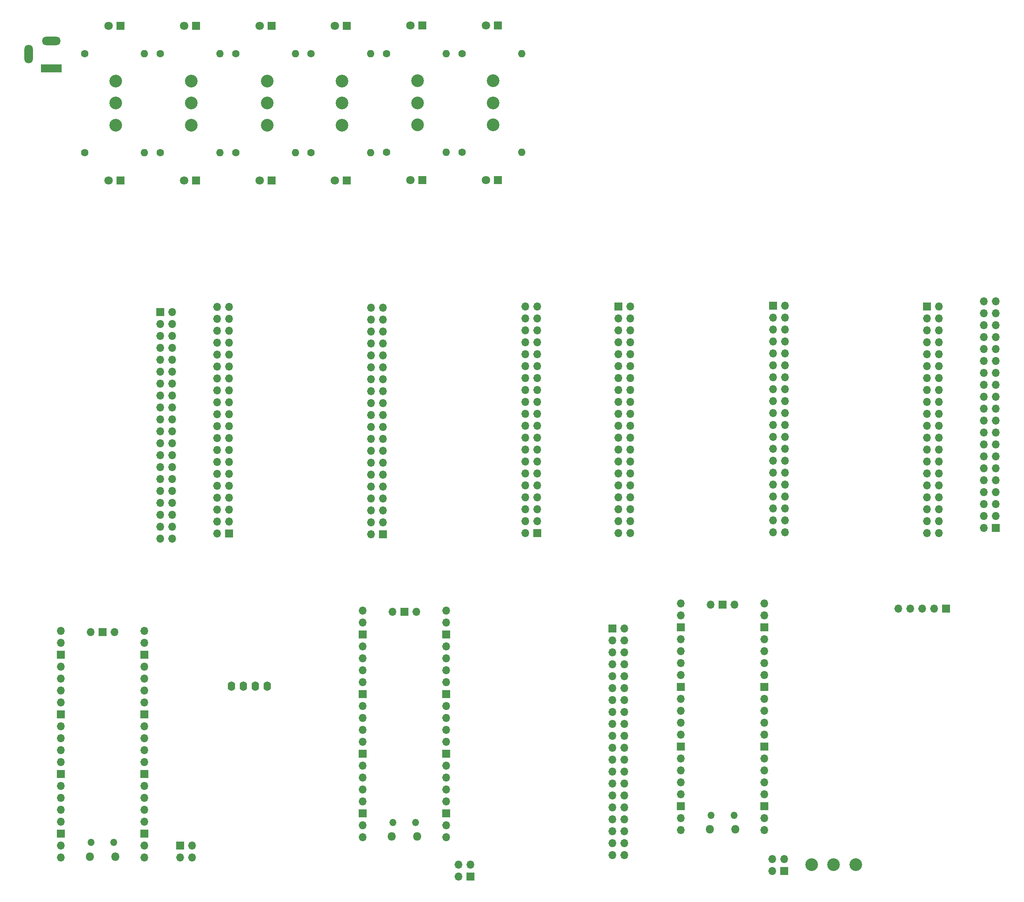
<source format=gbr>
%TF.GenerationSoftware,KiCad,Pcbnew,(6.0.5-0)*%
%TF.CreationDate,2022-05-19T11:08:02-04:00*%
%TF.ProjectId,viper,76697065-722e-46b6-9963-61645f706362,rev?*%
%TF.SameCoordinates,Original*%
%TF.FileFunction,Soldermask,Bot*%
%TF.FilePolarity,Negative*%
%FSLAX46Y46*%
G04 Gerber Fmt 4.6, Leading zero omitted, Abs format (unit mm)*
G04 Created by KiCad (PCBNEW (6.0.5-0)) date 2022-05-19 11:08:02*
%MOMM*%
%LPD*%
G01*
G04 APERTURE LIST*
%ADD10R,1.700000X1.700000*%
%ADD11O,1.700000X1.700000*%
%ADD12R,1.800000X1.800000*%
%ADD13C,1.800000*%
%ADD14C,2.700000*%
%ADD15C,1.600000*%
%ADD16O,1.600000X1.600000*%
%ADD17O,1.500000X1.500000*%
%ADD18O,1.800000X1.800000*%
%ADD19R,4.400000X1.800000*%
%ADD20O,4.000000X1.800000*%
%ADD21O,1.800000X4.000000*%
%ADD22O,1.600000X2.000000*%
G04 APERTURE END LIST*
D10*
%TO.C,J15*%
X203195000Y-175129000D03*
D11*
X205735000Y-175129000D03*
X203195000Y-177669000D03*
X205735000Y-177669000D03*
X203195000Y-180209000D03*
X205735000Y-180209000D03*
X203195000Y-182749000D03*
X205735000Y-182749000D03*
X203195000Y-185289000D03*
X205735000Y-185289000D03*
X203195000Y-187829000D03*
X205735000Y-187829000D03*
X203195000Y-190369000D03*
X205735000Y-190369000D03*
X203195000Y-192909000D03*
X205735000Y-192909000D03*
X203195000Y-195449000D03*
X205735000Y-195449000D03*
X203195000Y-197989000D03*
X205735000Y-197989000D03*
X203195000Y-200529000D03*
X205735000Y-200529000D03*
X203195000Y-203069000D03*
X205735000Y-203069000D03*
X203195000Y-205609000D03*
X205735000Y-205609000D03*
X203195000Y-208149000D03*
X205735000Y-208149000D03*
X203195000Y-210689000D03*
X205735000Y-210689000D03*
X203195000Y-213229000D03*
X205735000Y-213229000D03*
X203195000Y-215769000D03*
X205735000Y-215769000D03*
X203195000Y-218309000D03*
X205735000Y-218309000D03*
X203195000Y-220849000D03*
X205735000Y-220849000D03*
X203195000Y-223389000D03*
X205735000Y-223389000D03*
%TD*%
D12*
%TO.C,D10*%
X178767335Y-46732833D03*
D13*
X176227335Y-46732833D03*
%TD*%
D10*
%TO.C,J2*%
X106874500Y-107719625D03*
D11*
X109414500Y-107719625D03*
X106874500Y-110259625D03*
X109414500Y-110259625D03*
X106874500Y-112799625D03*
X109414500Y-112799625D03*
X106874500Y-115339625D03*
X109414500Y-115339625D03*
X106874500Y-117879625D03*
X109414500Y-117879625D03*
X106874500Y-120419625D03*
X109414500Y-120419625D03*
X106874500Y-122959625D03*
X109414500Y-122959625D03*
X106874500Y-125499625D03*
X109414500Y-125499625D03*
X106874500Y-128039625D03*
X109414500Y-128039625D03*
X106874500Y-130579625D03*
X109414500Y-130579625D03*
X106874500Y-133119625D03*
X109414500Y-133119625D03*
X106874500Y-135659625D03*
X109414500Y-135659625D03*
X106874500Y-138199625D03*
X109414500Y-138199625D03*
X106874500Y-140739625D03*
X109414500Y-140739625D03*
X106874500Y-143279625D03*
X109414500Y-143279625D03*
X106874500Y-145819625D03*
X109414500Y-145819625D03*
X106874500Y-148359625D03*
X109414500Y-148359625D03*
X106874500Y-150899625D03*
X109414500Y-150899625D03*
X106874500Y-153439625D03*
X109414500Y-153439625D03*
X106874500Y-155979625D03*
X109414500Y-155979625D03*
%TD*%
D14*
%TO.C,S2*%
X145616324Y-58547000D03*
X145616324Y-63247000D03*
X145616324Y-67947000D03*
%TD*%
D12*
%TO.C,D13*%
X178767335Y-79634165D03*
D13*
X176227335Y-79634165D03*
%TD*%
D15*
%TO.C,R4*%
X122975349Y-73756000D03*
D16*
X135675349Y-73756000D03*
%TD*%
D14*
%TO.C,S7*%
X254964000Y-225467000D03*
X250264000Y-225467000D03*
X245564000Y-225467000D03*
%TD*%
D10*
%TO.C,J12*%
X154315000Y-155052000D03*
D11*
X151775000Y-155052000D03*
X154315000Y-152512000D03*
X151775000Y-152512000D03*
X154315000Y-149972000D03*
X151775000Y-149972000D03*
X154315000Y-147432000D03*
X151775000Y-147432000D03*
X154315000Y-144892000D03*
X151775000Y-144892000D03*
X154315000Y-142352000D03*
X151775000Y-142352000D03*
X154315000Y-139812000D03*
X151775000Y-139812000D03*
X154315000Y-137272000D03*
X151775000Y-137272000D03*
X154315000Y-134732000D03*
X151775000Y-134732000D03*
X154315000Y-132192000D03*
X151775000Y-132192000D03*
X154315000Y-129652000D03*
X151775000Y-129652000D03*
X154315000Y-127112000D03*
X151775000Y-127112000D03*
X154315000Y-124572000D03*
X151775000Y-124572000D03*
X154315000Y-122032000D03*
X151775000Y-122032000D03*
X154315000Y-119492000D03*
X151775000Y-119492000D03*
X154315000Y-116952000D03*
X151775000Y-116952000D03*
X154315000Y-114412000D03*
X151775000Y-114412000D03*
X154315000Y-111872000D03*
X151775000Y-111872000D03*
X154315000Y-109332000D03*
X151775000Y-109332000D03*
X154315000Y-106792000D03*
X151775000Y-106792000D03*
%TD*%
D17*
%TO.C,U2*%
X92190000Y-220732000D03*
D18*
X91890000Y-223762000D03*
X97340000Y-223762000D03*
D17*
X97040000Y-220732000D03*
D11*
X103505000Y-223892000D03*
X103505000Y-221352000D03*
D10*
X103505000Y-218812000D03*
D11*
X103505000Y-216272000D03*
X103505000Y-213732000D03*
X103505000Y-211192000D03*
X103505000Y-208652000D03*
D10*
X103505000Y-206112000D03*
D11*
X103505000Y-203572000D03*
X103505000Y-201032000D03*
X103505000Y-198492000D03*
X103505000Y-195952000D03*
D10*
X103505000Y-193412000D03*
D11*
X103505000Y-190872000D03*
X103505000Y-188332000D03*
X103505000Y-185792000D03*
X103505000Y-183252000D03*
D10*
X103505000Y-180712000D03*
D11*
X103505000Y-178172000D03*
X103505000Y-175632000D03*
X85725000Y-175632000D03*
X85725000Y-178172000D03*
D10*
X85725000Y-180712000D03*
D11*
X85725000Y-183252000D03*
X85725000Y-185792000D03*
X85725000Y-188332000D03*
X85725000Y-190872000D03*
D10*
X85725000Y-193412000D03*
D11*
X85725000Y-195952000D03*
X85725000Y-198492000D03*
X85725000Y-201032000D03*
X85725000Y-203572000D03*
D10*
X85725000Y-206112000D03*
D11*
X85725000Y-208652000D03*
X85725000Y-211192000D03*
X85725000Y-213732000D03*
X85725000Y-216272000D03*
D10*
X85725000Y-218812000D03*
D11*
X85725000Y-221352000D03*
X85725000Y-223892000D03*
X97155000Y-175862000D03*
D10*
X94615000Y-175862000D03*
D11*
X92075000Y-175862000D03*
%TD*%
D15*
%TO.C,R2*%
X106919687Y-73756000D03*
D16*
X119619687Y-73756000D03*
%TD*%
D10*
%TO.C,J5*%
X270119000Y-106520250D03*
D11*
X272659000Y-106520250D03*
X270119000Y-109060250D03*
X272659000Y-109060250D03*
X270119000Y-111600250D03*
X272659000Y-111600250D03*
X270119000Y-114140250D03*
X272659000Y-114140250D03*
X270119000Y-116680250D03*
X272659000Y-116680250D03*
X270119000Y-119220250D03*
X272659000Y-119220250D03*
X270119000Y-121760250D03*
X272659000Y-121760250D03*
X270119000Y-124300250D03*
X272659000Y-124300250D03*
X270119000Y-126840250D03*
X272659000Y-126840250D03*
X270119000Y-129380250D03*
X272659000Y-129380250D03*
X270119000Y-131920250D03*
X272659000Y-131920250D03*
X270119000Y-134460250D03*
X272659000Y-134460250D03*
X270119000Y-137000250D03*
X272659000Y-137000250D03*
X270119000Y-139540250D03*
X272659000Y-139540250D03*
X270119000Y-142080250D03*
X272659000Y-142080250D03*
X270119000Y-144620250D03*
X272659000Y-144620250D03*
X270119000Y-147160250D03*
X272659000Y-147160250D03*
X270119000Y-149700250D03*
X272659000Y-149700250D03*
X270119000Y-152240250D03*
X272659000Y-152240250D03*
X270119000Y-154780250D03*
X272659000Y-154780250D03*
%TD*%
D15*
%TO.C,R9*%
X90864025Y-52738000D03*
D16*
X103564025Y-52738000D03*
%TD*%
D10*
%TO.C,J13*%
X187198000Y-154813000D03*
D11*
X184658000Y-154813000D03*
X187198000Y-152273000D03*
X184658000Y-152273000D03*
X187198000Y-149733000D03*
X184658000Y-149733000D03*
X187198000Y-147193000D03*
X184658000Y-147193000D03*
X187198000Y-144653000D03*
X184658000Y-144653000D03*
X187198000Y-142113000D03*
X184658000Y-142113000D03*
X187198000Y-139573000D03*
X184658000Y-139573000D03*
X187198000Y-137033000D03*
X184658000Y-137033000D03*
X187198000Y-134493000D03*
X184658000Y-134493000D03*
X187198000Y-131953000D03*
X184658000Y-131953000D03*
X187198000Y-129413000D03*
X184658000Y-129413000D03*
X187198000Y-126873000D03*
X184658000Y-126873000D03*
X187198000Y-124333000D03*
X184658000Y-124333000D03*
X187198000Y-121793000D03*
X184658000Y-121793000D03*
X187198000Y-119253000D03*
X184658000Y-119253000D03*
X187198000Y-116713000D03*
X184658000Y-116713000D03*
X187198000Y-114173000D03*
X184658000Y-114173000D03*
X187198000Y-111633000D03*
X184658000Y-111633000D03*
X187198000Y-109093000D03*
X184658000Y-109093000D03*
X187198000Y-106553000D03*
X184658000Y-106553000D03*
%TD*%
D15*
%TO.C,R3*%
X139031011Y-52738000D03*
D16*
X151731011Y-52738000D03*
%TD*%
D10*
%TO.C,J4*%
X121549000Y-154887625D03*
D11*
X119009000Y-154887625D03*
X121549000Y-152347625D03*
X119009000Y-152347625D03*
X121549000Y-149807625D03*
X119009000Y-149807625D03*
X121549000Y-147267625D03*
X119009000Y-147267625D03*
X121549000Y-144727625D03*
X119009000Y-144727625D03*
X121549000Y-142187625D03*
X119009000Y-142187625D03*
X121549000Y-139647625D03*
X119009000Y-139647625D03*
X121549000Y-137107625D03*
X119009000Y-137107625D03*
X121549000Y-134567625D03*
X119009000Y-134567625D03*
X121549000Y-132027625D03*
X119009000Y-132027625D03*
X121549000Y-129487625D03*
X119009000Y-129487625D03*
X121549000Y-126947625D03*
X119009000Y-126947625D03*
X121549000Y-124407625D03*
X119009000Y-124407625D03*
X121549000Y-121867625D03*
X119009000Y-121867625D03*
X121549000Y-119327625D03*
X119009000Y-119327625D03*
X121549000Y-116787625D03*
X119009000Y-116787625D03*
X121549000Y-114247625D03*
X119009000Y-114247625D03*
X121549000Y-111707625D03*
X119009000Y-111707625D03*
X121549000Y-109167625D03*
X119009000Y-109167625D03*
X121549000Y-106627625D03*
X119009000Y-106627625D03*
%TD*%
D12*
%TO.C,D6*%
X146656011Y-79740000D03*
D13*
X144116011Y-79740000D03*
%TD*%
D15*
%TO.C,R6*%
X139031011Y-73756000D03*
D16*
X151731011Y-73756000D03*
%TD*%
D14*
%TO.C,S4*%
X161714236Y-58483499D03*
X161714236Y-63183499D03*
X161714236Y-67883499D03*
%TD*%
D15*
%TO.C,R11*%
X90864025Y-73756000D03*
D16*
X103564025Y-73756000D03*
%TD*%
D12*
%TO.C,D5*%
X130600349Y-46754000D03*
D13*
X128060349Y-46754000D03*
%TD*%
D10*
%TO.C,J6*%
X237353000Y-106355875D03*
D11*
X239893000Y-106355875D03*
X237353000Y-108895875D03*
X239893000Y-108895875D03*
X237353000Y-111435875D03*
X239893000Y-111435875D03*
X237353000Y-113975875D03*
X239893000Y-113975875D03*
X237353000Y-116515875D03*
X239893000Y-116515875D03*
X237353000Y-119055875D03*
X239893000Y-119055875D03*
X237353000Y-121595875D03*
X239893000Y-121595875D03*
X237353000Y-124135875D03*
X239893000Y-124135875D03*
X237353000Y-126675875D03*
X239893000Y-126675875D03*
X237353000Y-129215875D03*
X239893000Y-129215875D03*
X237353000Y-131755875D03*
X239893000Y-131755875D03*
X237353000Y-134295875D03*
X239893000Y-134295875D03*
X237353000Y-136835875D03*
X239893000Y-136835875D03*
X237353000Y-139375875D03*
X239893000Y-139375875D03*
X237353000Y-141915875D03*
X239893000Y-141915875D03*
X237353000Y-144455875D03*
X239893000Y-144455875D03*
X237353000Y-146995875D03*
X239893000Y-146995875D03*
X237353000Y-149535875D03*
X239893000Y-149535875D03*
X237353000Y-152075875D03*
X239893000Y-152075875D03*
X237353000Y-154615875D03*
X239893000Y-154615875D03*
%TD*%
D12*
%TO.C,D2*%
X114544687Y-79740000D03*
D13*
X112004687Y-79740000D03*
%TD*%
D10*
%TO.C,J10*%
X239728000Y-226827000D03*
D11*
X237188000Y-226827000D03*
X239728000Y-224287000D03*
X237188000Y-224287000D03*
%TD*%
D15*
%TO.C,R7*%
X155086673Y-52695666D03*
D16*
X167786673Y-52695666D03*
%TD*%
D15*
%TO.C,R8*%
X155086673Y-73671332D03*
D16*
X167786673Y-73671332D03*
%TD*%
D12*
%TO.C,D4*%
X130600349Y-79740000D03*
D13*
X128060349Y-79740000D03*
%TD*%
D12*
%TO.C,D3*%
X146656011Y-46754000D03*
D13*
X144116011Y-46754000D03*
%TD*%
D10*
%TO.C,J14*%
X172974000Y-227965000D03*
D11*
X170434000Y-227965000D03*
X172974000Y-225425000D03*
X170434000Y-225425000D03*
%TD*%
D10*
%TO.C,J7*%
X111125000Y-221361000D03*
D11*
X113665000Y-221361000D03*
X111125000Y-223901000D03*
X113665000Y-223901000D03*
%TD*%
D12*
%TO.C,D11*%
X98489025Y-79740000D03*
D13*
X95949025Y-79740000D03*
%TD*%
D15*
%TO.C,R12*%
X171142335Y-73671332D03*
D16*
X183842335Y-73671332D03*
%TD*%
D15*
%TO.C,R10*%
X171142335Y-52695666D03*
D16*
X183842335Y-52695666D03*
%TD*%
D10*
%TO.C,J3*%
X284793500Y-153688250D03*
D11*
X282253500Y-153688250D03*
X284793500Y-151148250D03*
X282253500Y-151148250D03*
X284793500Y-148608250D03*
X282253500Y-148608250D03*
X284793500Y-146068250D03*
X282253500Y-146068250D03*
X284793500Y-143528250D03*
X282253500Y-143528250D03*
X284793500Y-140988250D03*
X282253500Y-140988250D03*
X284793500Y-138448250D03*
X282253500Y-138448250D03*
X284793500Y-135908250D03*
X282253500Y-135908250D03*
X284793500Y-133368250D03*
X282253500Y-133368250D03*
X284793500Y-130828250D03*
X282253500Y-130828250D03*
X284793500Y-128288250D03*
X282253500Y-128288250D03*
X284793500Y-125748250D03*
X282253500Y-125748250D03*
X284793500Y-123208250D03*
X282253500Y-123208250D03*
X284793500Y-120668250D03*
X282253500Y-120668250D03*
X284793500Y-118128250D03*
X282253500Y-118128250D03*
X284793500Y-115588250D03*
X282253500Y-115588250D03*
X284793500Y-113048250D03*
X282253500Y-113048250D03*
X284793500Y-110508250D03*
X282253500Y-110508250D03*
X284793500Y-107968250D03*
X282253500Y-107968250D03*
X284793500Y-105428250D03*
X282253500Y-105428250D03*
%TD*%
D17*
%TO.C,U4*%
X161302000Y-216423000D03*
D18*
X156152000Y-219453000D03*
D17*
X156452000Y-216423000D03*
D18*
X161602000Y-219453000D03*
D11*
X167767000Y-219583000D03*
X167767000Y-217043000D03*
D10*
X167767000Y-214503000D03*
D11*
X167767000Y-211963000D03*
X167767000Y-209423000D03*
X167767000Y-206883000D03*
X167767000Y-204343000D03*
D10*
X167767000Y-201803000D03*
D11*
X167767000Y-199263000D03*
X167767000Y-196723000D03*
X167767000Y-194183000D03*
X167767000Y-191643000D03*
D10*
X167767000Y-189103000D03*
D11*
X167767000Y-186563000D03*
X167767000Y-184023000D03*
X167767000Y-181483000D03*
X167767000Y-178943000D03*
D10*
X167767000Y-176403000D03*
D11*
X167767000Y-173863000D03*
X167767000Y-171323000D03*
X149987000Y-171323000D03*
X149987000Y-173863000D03*
D10*
X149987000Y-176403000D03*
D11*
X149987000Y-178943000D03*
X149987000Y-181483000D03*
X149987000Y-184023000D03*
X149987000Y-186563000D03*
D10*
X149987000Y-189103000D03*
D11*
X149987000Y-191643000D03*
X149987000Y-194183000D03*
X149987000Y-196723000D03*
X149987000Y-199263000D03*
D10*
X149987000Y-201803000D03*
D11*
X149987000Y-204343000D03*
X149987000Y-206883000D03*
X149987000Y-209423000D03*
X149987000Y-211963000D03*
D10*
X149987000Y-214503000D03*
D11*
X149987000Y-217043000D03*
X149987000Y-219583000D03*
X161417000Y-171553000D03*
D10*
X158877000Y-171553000D03*
D11*
X156337000Y-171553000D03*
%TD*%
D12*
%TO.C,D1*%
X114544687Y-46754000D03*
D13*
X112004687Y-46754000D03*
%TD*%
D14*
%TO.C,S3*%
X129680393Y-58547000D03*
X129680393Y-63247000D03*
X129680393Y-67947000D03*
%TD*%
D19*
%TO.C,J1*%
X83687613Y-55826700D03*
D20*
X83687613Y-50026700D03*
D21*
X78887613Y-52826700D03*
%TD*%
D15*
%TO.C,R1*%
X106919687Y-52738000D03*
D16*
X119619687Y-52738000D03*
%TD*%
D18*
%TO.C,U1*%
X229367000Y-217929000D03*
D17*
X224217000Y-214899000D03*
D18*
X223917000Y-217929000D03*
D17*
X229067000Y-214899000D03*
D11*
X235532000Y-218059000D03*
X235532000Y-215519000D03*
D10*
X235532000Y-212979000D03*
D11*
X235532000Y-210439000D03*
X235532000Y-207899000D03*
X235532000Y-205359000D03*
X235532000Y-202819000D03*
D10*
X235532000Y-200279000D03*
D11*
X235532000Y-197739000D03*
X235532000Y-195199000D03*
X235532000Y-192659000D03*
X235532000Y-190119000D03*
D10*
X235532000Y-187579000D03*
D11*
X235532000Y-185039000D03*
X235532000Y-182499000D03*
X235532000Y-179959000D03*
X235532000Y-177419000D03*
D10*
X235532000Y-174879000D03*
D11*
X235532000Y-172339000D03*
X235532000Y-169799000D03*
X217752000Y-169799000D03*
X217752000Y-172339000D03*
D10*
X217752000Y-174879000D03*
D11*
X217752000Y-177419000D03*
X217752000Y-179959000D03*
X217752000Y-182499000D03*
X217752000Y-185039000D03*
D10*
X217752000Y-187579000D03*
D11*
X217752000Y-190119000D03*
X217752000Y-192659000D03*
X217752000Y-195199000D03*
X217752000Y-197739000D03*
D10*
X217752000Y-200279000D03*
D11*
X217752000Y-202819000D03*
X217752000Y-205359000D03*
X217752000Y-207899000D03*
X217752000Y-210439000D03*
D10*
X217752000Y-212979000D03*
D11*
X217752000Y-215519000D03*
X217752000Y-218059000D03*
X229182000Y-170029000D03*
D10*
X226642000Y-170029000D03*
D11*
X224102000Y-170029000D03*
%TD*%
D12*
%TO.C,D8*%
X98489025Y-46754000D03*
D13*
X95949025Y-46754000D03*
%TD*%
D12*
%TO.C,D7*%
X162711673Y-46732833D03*
D13*
X160171673Y-46732833D03*
%TD*%
D14*
%TO.C,S5*%
X97451000Y-58547000D03*
X97451000Y-63247000D03*
X97451000Y-67947000D03*
%TD*%
%TO.C,S1*%
X113544762Y-58547000D03*
X113544762Y-63247000D03*
X113544762Y-67947000D03*
%TD*%
D10*
%TO.C,J9*%
X204470000Y-106594875D03*
D11*
X207010000Y-106594875D03*
X204470000Y-109134875D03*
X207010000Y-109134875D03*
X204470000Y-111674875D03*
X207010000Y-111674875D03*
X204470000Y-114214875D03*
X207010000Y-114214875D03*
X204470000Y-116754875D03*
X207010000Y-116754875D03*
X204470000Y-119294875D03*
X207010000Y-119294875D03*
X204470000Y-121834875D03*
X207010000Y-121834875D03*
X204470000Y-124374875D03*
X207010000Y-124374875D03*
X204470000Y-126914875D03*
X207010000Y-126914875D03*
X204470000Y-129454875D03*
X207010000Y-129454875D03*
X204470000Y-131994875D03*
X207010000Y-131994875D03*
X204470000Y-134534875D03*
X207010000Y-134534875D03*
X204470000Y-137074875D03*
X207010000Y-137074875D03*
X204470000Y-139614875D03*
X207010000Y-139614875D03*
X204470000Y-142154875D03*
X207010000Y-142154875D03*
X204470000Y-144694875D03*
X207010000Y-144694875D03*
X204470000Y-147234875D03*
X207010000Y-147234875D03*
X204470000Y-149774875D03*
X207010000Y-149774875D03*
X204470000Y-152314875D03*
X207010000Y-152314875D03*
X204470000Y-154854875D03*
X207010000Y-154854875D03*
%TD*%
D14*
%TO.C,S6*%
X177742298Y-58483499D03*
X177742298Y-63183499D03*
X177742298Y-67883499D03*
%TD*%
D12*
%TO.C,D9*%
X162711673Y-79634165D03*
D13*
X160171673Y-79634165D03*
%TD*%
D10*
%TO.C,J11*%
X274188000Y-170942000D03*
D11*
X271648000Y-170942000D03*
X269108000Y-170942000D03*
X266568000Y-170942000D03*
X264028000Y-170942000D03*
%TD*%
D22*
%TO.C,Brd1*%
X122110000Y-187393000D03*
X124650000Y-187393000D03*
X127190000Y-187393000D03*
X129730000Y-187393000D03*
%TD*%
D15*
%TO.C,R5*%
X122975349Y-52738000D03*
D16*
X135675349Y-52738000D03*
%TD*%
M02*

</source>
